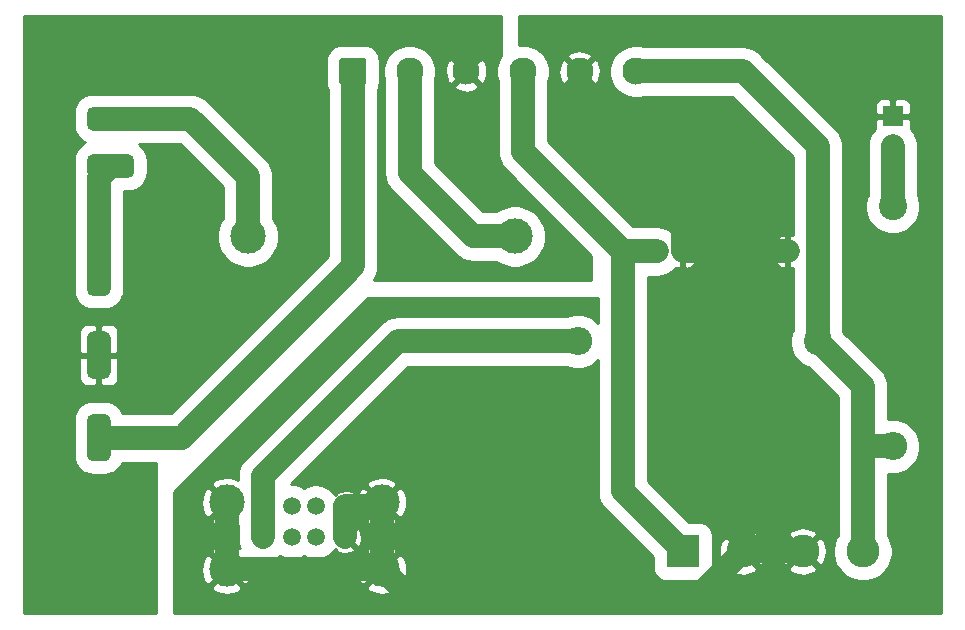
<source format=gbr>
%TF.GenerationSoftware,KiCad,Pcbnew,5.1.9-5.1.9*%
%TF.CreationDate,2021-05-28T23:48:04+02:00*%
%TF.ProjectId,zdroj,7a64726f-6a2e-46b6-9963-61645f706362,rev?*%
%TF.SameCoordinates,Original*%
%TF.FileFunction,Copper,L2,Bot*%
%TF.FilePolarity,Positive*%
%FSLAX46Y46*%
G04 Gerber Fmt 4.6, Leading zero omitted, Abs format (unit mm)*
G04 Created by KiCad (PCBNEW 5.1.9-5.1.9) date 2021-05-28 23:48:04*
%MOMM*%
%LPD*%
G01*
G04 APERTURE LIST*
%TA.AperFunction,ComponentPad*%
%ADD10O,2.400000X2.400000*%
%TD*%
%TA.AperFunction,ComponentPad*%
%ADD11C,2.400000*%
%TD*%
%TA.AperFunction,ComponentPad*%
%ADD12C,1.800000*%
%TD*%
%TA.AperFunction,ComponentPad*%
%ADD13R,1.800000X1.800000*%
%TD*%
%TA.AperFunction,ComponentPad*%
%ADD14C,2.300000*%
%TD*%
%TA.AperFunction,ComponentPad*%
%ADD15C,2.780000*%
%TD*%
%TA.AperFunction,ComponentPad*%
%ADD16R,2.780000X2.780000*%
%TD*%
%TA.AperFunction,ComponentPad*%
%ADD17C,3.000000*%
%TD*%
%TA.AperFunction,ComponentPad*%
%ADD18R,1.500000X1.500000*%
%TD*%
%TA.AperFunction,ComponentPad*%
%ADD19C,1.500000*%
%TD*%
%TA.AperFunction,ComponentPad*%
%ADD20R,1.700000X1.700000*%
%TD*%
%TA.AperFunction,ComponentPad*%
%ADD21O,1.700000X1.700000*%
%TD*%
%TA.AperFunction,Conductor*%
%ADD22C,2.000000*%
%TD*%
%TA.AperFunction,Conductor*%
%ADD23C,0.254000*%
%TD*%
%TA.AperFunction,Conductor*%
%ADD24C,0.100000*%
%TD*%
G04 APERTURE END LIST*
D10*
%TO.P,R2,2*%
%TO.N,Net-(J1-Pad1)*%
X172720000Y-73660000D03*
D11*
%TO.P,R2,1*%
%TO.N,Net-(D1-Pad2)*%
X172720000Y-53340000D03*
%TD*%
D12*
%TO.P,D1,2*%
%TO.N,Net-(D1-Pad2)*%
X172720000Y-48260000D03*
D13*
%TO.P,D1,1*%
%TO.N,Net-(D1-Pad1)*%
X172720000Y-45720000D03*
%TD*%
D10*
%TO.P,R1,2*%
%TO.N,Net-(J3-Pad1)*%
X146050000Y-64770000D03*
D11*
%TO.P,R1,1*%
%TO.N,Net-(J1-Pad1)*%
X166370000Y-64770000D03*
%TD*%
D14*
%TO.P,J4,6*%
%TO.N,Net-(J1-Pad1)*%
X151000000Y-41910000D03*
%TO.P,J4,5*%
%TO.N,Net-(D1-Pad1)*%
X146200000Y-41910000D03*
%TO.P,J4,4*%
%TO.N,Net-(J2-Pad1)*%
X141400000Y-41910000D03*
%TO.P,J4,3*%
%TO.N,Net-(J4-Pad3)*%
X136600000Y-41910000D03*
%TO.P,J4,2*%
%TO.N,Net-(F1-Pad2)*%
X131800000Y-41910000D03*
%TO.P,J4,1*%
%TO.N,Net-(J4-Pad1)*%
%TA.AperFunction,ComponentPad*%
G36*
G01*
X125850000Y-42809300D02*
X125850000Y-41010700D01*
G75*
G02*
X126100700Y-40760000I250700J0D01*
G01*
X127899300Y-40760000D01*
G75*
G02*
X128150000Y-41010700I0J-250700D01*
G01*
X128150000Y-42809300D01*
G75*
G02*
X127899300Y-43060000I-250700J0D01*
G01*
X126100700Y-43060000D01*
G75*
G02*
X125850000Y-42809300I0J250700D01*
G01*
G37*
%TD.AperFunction*%
%TD*%
D15*
%TO.P,J2,4*%
%TO.N,Net-(J1-Pad1)*%
X170180000Y-82550000D03*
%TO.P,J2,3*%
%TO.N,Net-(D1-Pad1)*%
X165100000Y-82550000D03*
%TO.P,J2,2*%
X160020000Y-82550000D03*
D16*
%TO.P,J2,1*%
%TO.N,Net-(J2-Pad1)*%
X154940000Y-82550000D03*
%TD*%
%TO.P,U1,5*%
%TO.N,Net-(F1-Pad1)*%
%TA.AperFunction,ComponentPad*%
G36*
G01*
X104990000Y-44920000D02*
X107990000Y-44920000D01*
G75*
G02*
X108490000Y-45420000I0J-500000D01*
G01*
X108490000Y-46420000D01*
G75*
G02*
X107990000Y-46920000I-500000J0D01*
G01*
X104990000Y-46920000D01*
G75*
G02*
X104490000Y-46420000I0J500000D01*
G01*
X104490000Y-45420000D01*
G75*
G02*
X104990000Y-44920000I500000J0D01*
G01*
G37*
%TD.AperFunction*%
%TO.P,U1,4*%
%TO.N,Net-(U1-Pad3)*%
%TA.AperFunction,ComponentPad*%
G36*
G01*
X104990000Y-48920000D02*
X107990000Y-48920000D01*
G75*
G02*
X108490000Y-49420000I0J-500000D01*
G01*
X108490000Y-50420000D01*
G75*
G02*
X107990000Y-50920000I-500000J0D01*
G01*
X104990000Y-50920000D01*
G75*
G02*
X104490000Y-50420000I0J500000D01*
G01*
X104490000Y-49420000D01*
G75*
G02*
X104990000Y-48920000I500000J0D01*
G01*
G37*
%TD.AperFunction*%
%TO.P,U1,3*%
%TA.AperFunction,ComponentPad*%
G36*
G01*
X104990000Y-56920000D02*
X105990000Y-56920000D01*
G75*
G02*
X106490000Y-57420000I0J-500000D01*
G01*
X106490000Y-60420000D01*
G75*
G02*
X105990000Y-60920000I-500000J0D01*
G01*
X104990000Y-60920000D01*
G75*
G02*
X104490000Y-60420000I0J500000D01*
G01*
X104490000Y-57420000D01*
G75*
G02*
X104990000Y-56920000I500000J0D01*
G01*
G37*
%TD.AperFunction*%
%TO.P,U1,2*%
%TO.N,Net-(J4-Pad3)*%
%TA.AperFunction,ComponentPad*%
G36*
G01*
X104990000Y-63920000D02*
X105990000Y-63920000D01*
G75*
G02*
X106490000Y-64420000I0J-500000D01*
G01*
X106490000Y-67420000D01*
G75*
G02*
X105990000Y-67920000I-500000J0D01*
G01*
X104990000Y-67920000D01*
G75*
G02*
X104490000Y-67420000I0J500000D01*
G01*
X104490000Y-64420000D01*
G75*
G02*
X104990000Y-63920000I500000J0D01*
G01*
G37*
%TD.AperFunction*%
%TO.P,U1,1*%
%TO.N,Net-(J4-Pad1)*%
%TA.AperFunction,ComponentPad*%
G36*
G01*
X104990000Y-70920000D02*
X105990000Y-70920000D01*
G75*
G02*
X106490000Y-71420000I0J-500000D01*
G01*
X106490000Y-74420000D01*
G75*
G02*
X105990000Y-74920000I-500000J0D01*
G01*
X104990000Y-74920000D01*
G75*
G02*
X104490000Y-74420000I0J500000D01*
G01*
X104490000Y-71420000D01*
G75*
G02*
X104990000Y-70920000I500000J0D01*
G01*
G37*
%TD.AperFunction*%
%TD*%
D17*
%TO.P,J3,SH*%
%TO.N,Net-(D1-Pad1)*%
X129450000Y-78390000D03*
X116310000Y-78390000D03*
D18*
%TO.P,J3,1*%
%TO.N,Net-(J3-Pad1)*%
X119380000Y-78740000D03*
D19*
%TO.P,J3,2*%
%TO.N,Net-(J3-Pad2)*%
X121880000Y-78740000D03*
%TO.P,J3,3*%
%TO.N,Net-(J3-Pad3)*%
X123880000Y-78740000D03*
%TO.P,J3,4*%
%TO.N,Net-(D1-Pad1)*%
X126380000Y-78740000D03*
D17*
%TO.P,J3,SH*%
X116310000Y-84070000D03*
X129450000Y-84070000D03*
D19*
%TO.P,J3,5*%
%TO.N,Net-(J3-Pad1)*%
X119380000Y-81360000D03*
%TO.P,J3,6*%
%TO.N,Net-(J3-Pad6)*%
X121880000Y-81360000D03*
%TO.P,J3,7*%
%TO.N,Net-(J3-Pad7)*%
X123880000Y-81360000D03*
%TO.P,J3,8*%
%TO.N,Net-(D1-Pad1)*%
X126380000Y-81360000D03*
%TD*%
D17*
%TO.P,F1,2*%
%TO.N,Net-(F1-Pad2)*%
X140710000Y-55880000D03*
%TO.P,F1,1*%
%TO.N,Net-(F1-Pad1)*%
X118110000Y-55880000D03*
%TD*%
D20*
%TO.P,J1,1*%
%TO.N,Net-(J1-Pad1)*%
X166370000Y-57150000D03*
D21*
%TO.P,J1,2*%
%TO.N,Net-(D1-Pad1)*%
X163830000Y-57150000D03*
%TD*%
%TO.P,J5,2*%
%TO.N,Net-(D1-Pad1)*%
X154940000Y-57150000D03*
D20*
%TO.P,J5,1*%
%TO.N,Net-(J2-Pad1)*%
X152400000Y-57150000D03*
%TD*%
D22*
%TO.N,Net-(F1-Pad2)*%
X140710000Y-55880000D02*
X137160000Y-55880000D01*
X131800000Y-50520000D02*
X131800000Y-41910000D01*
X137160000Y-55880000D02*
X131800000Y-50520000D01*
%TO.N,Net-(F1-Pad1)*%
X106490000Y-45920000D02*
X113230000Y-45920000D01*
X118110000Y-50800000D02*
X118110000Y-55880000D01*
X113230000Y-45920000D02*
X118110000Y-50800000D01*
%TO.N,Net-(J2-Pad1)*%
X141400000Y-41910000D02*
X141400000Y-48690000D01*
X149860000Y-57150000D02*
X152400000Y-57150000D01*
X141400000Y-48690000D02*
X149860000Y-57150000D01*
X149860000Y-77470000D02*
X154940000Y-82550000D01*
X149860000Y-57150000D02*
X149860000Y-77470000D01*
X152400000Y-57150000D02*
X152739990Y-57150000D01*
%TO.N,Net-(J4-Pad3)*%
X136600000Y-38810000D02*
X136600000Y-41910000D01*
%TO.N,Net-(J4-Pad1)*%
X105490000Y-72920000D02*
X112500000Y-72920000D01*
X127000000Y-58420000D02*
X127000000Y-41910000D01*
X112500000Y-72920000D02*
X127000000Y-58420000D01*
%TO.N,Net-(U1-Pad3)*%
X105490000Y-50920000D02*
X106490000Y-49920000D01*
X105490000Y-58920000D02*
X105490000Y-50920000D01*
%TO.N,Net-(J1-Pad1)*%
X151000000Y-41910000D02*
X160020000Y-41910000D01*
X166370000Y-48260000D02*
X166370000Y-57150000D01*
X160020000Y-41910000D02*
X166370000Y-48260000D01*
X166370000Y-57150000D02*
X166370000Y-64770000D01*
X166370000Y-64770000D02*
X170180000Y-68580000D01*
X166370000Y-64770000D02*
X166370000Y-64770000D01*
X166370000Y-64770000D02*
X166370000Y-64770000D01*
X172720000Y-73660000D02*
X170180000Y-73660000D01*
X170180000Y-73660000D02*
X170180000Y-82550000D01*
X170180000Y-68580000D02*
X170180000Y-73660000D01*
%TO.N,Net-(D1-Pad2)*%
X172720000Y-53340000D02*
X172720000Y-48260000D01*
%TO.N,Net-(D1-Pad1)*%
X146200000Y-41910000D02*
X146200000Y-45870000D01*
X154940000Y-54610000D02*
X154940000Y-57150000D01*
X146200000Y-45870000D02*
X154940000Y-54610000D01*
X160020000Y-57150000D02*
X160020000Y-82550000D01*
X154940000Y-57150000D02*
X160020000Y-57150000D01*
X160020000Y-57150000D02*
X163830000Y-57150000D01*
X160020000Y-82550000D02*
X165100000Y-82550000D01*
X129450000Y-84070000D02*
X129450000Y-78390000D01*
X116310000Y-78390000D02*
X116310000Y-84070000D01*
X116310000Y-84070000D02*
X129450000Y-84070000D01*
X160020000Y-82550000D02*
X156210000Y-86360000D01*
X131740000Y-86360000D02*
X129450000Y-84070000D01*
X156210000Y-86360000D02*
X131740000Y-86360000D01*
X126380000Y-81360000D02*
X126380000Y-78740000D01*
X129100000Y-78740000D02*
X129450000Y-78390000D01*
X126380000Y-78740000D02*
X129100000Y-78740000D01*
%TO.N,Net-(J3-Pad1)*%
X119380000Y-78740000D02*
X119380000Y-81360000D01*
X119380000Y-78740000D02*
X119380000Y-76200000D01*
X119380000Y-76200000D02*
X130810000Y-64770000D01*
X130810000Y-64770000D02*
X146050000Y-64770000D01*
%TD*%
D23*
%TO.N,Net-(D1-Pad1)*%
X176798000Y-87798000D02*
X111887000Y-87798000D01*
X111887000Y-85561653D01*
X114997952Y-85561653D01*
X115153962Y-85877214D01*
X115528745Y-86068020D01*
X115933551Y-86182044D01*
X116352824Y-86214902D01*
X116770451Y-86165334D01*
X117170383Y-86035243D01*
X117466038Y-85877214D01*
X117622048Y-85561653D01*
X128137952Y-85561653D01*
X128293962Y-85877214D01*
X128668745Y-86068020D01*
X129073551Y-86182044D01*
X129492824Y-86214902D01*
X129910451Y-86165334D01*
X130310383Y-86035243D01*
X130606038Y-85877214D01*
X130762048Y-85561653D01*
X129450000Y-84249605D01*
X128137952Y-85561653D01*
X117622048Y-85561653D01*
X116310000Y-84249605D01*
X114997952Y-85561653D01*
X111887000Y-85561653D01*
X111887000Y-84112824D01*
X114165098Y-84112824D01*
X114214666Y-84530451D01*
X114344757Y-84930383D01*
X114502786Y-85226038D01*
X114818347Y-85382048D01*
X116130395Y-84070000D01*
X114818347Y-82757952D01*
X114502786Y-82913962D01*
X114311980Y-83288745D01*
X114197956Y-83693551D01*
X114165098Y-84112824D01*
X111887000Y-84112824D01*
X111887000Y-78432824D01*
X114165098Y-78432824D01*
X114214666Y-78850451D01*
X114344757Y-79250383D01*
X114502786Y-79546038D01*
X114818347Y-79702048D01*
X116130395Y-78390000D01*
X114818347Y-77077952D01*
X114502786Y-77233962D01*
X114311980Y-77608745D01*
X114197956Y-78013551D01*
X114165098Y-78432824D01*
X111887000Y-78432824D01*
X111887000Y-77522606D01*
X128322606Y-61087000D01*
X147733000Y-61087000D01*
X147733000Y-63162125D01*
X147533376Y-62962501D01*
X147152248Y-62707840D01*
X146728761Y-62532426D01*
X146279189Y-62443000D01*
X145820811Y-62443000D01*
X145371239Y-62532426D01*
X145104290Y-62643000D01*
X130914484Y-62643000D01*
X130809999Y-62632709D01*
X130705514Y-62643000D01*
X130705513Y-62643000D01*
X130393035Y-62673776D01*
X129992094Y-62795401D01*
X129622585Y-62992907D01*
X129298707Y-63258707D01*
X129232099Y-63339869D01*
X117949870Y-74622099D01*
X117868708Y-74688707D01*
X117802101Y-74769868D01*
X117602908Y-75012585D01*
X117405401Y-75382095D01*
X117283777Y-75783035D01*
X117242709Y-76200000D01*
X117253000Y-76304485D01*
X117253000Y-76474326D01*
X117091255Y-76391980D01*
X116686449Y-76277956D01*
X116267176Y-76245098D01*
X115849549Y-76294666D01*
X115449617Y-76424757D01*
X115153962Y-76582786D01*
X114997952Y-76898347D01*
X116310000Y-78210395D01*
X116324143Y-78196253D01*
X116503748Y-78375858D01*
X116489605Y-78390000D01*
X116503748Y-78404143D01*
X116324143Y-78583748D01*
X116310000Y-78569605D01*
X114997952Y-79881653D01*
X115153962Y-80197214D01*
X115528745Y-80388020D01*
X115933551Y-80502044D01*
X116352824Y-80534902D01*
X116770451Y-80485334D01*
X117170383Y-80355243D01*
X117253000Y-80311084D01*
X117253000Y-81464487D01*
X117283777Y-81776965D01*
X117405402Y-82177906D01*
X117445063Y-82252108D01*
X117091255Y-82071980D01*
X116686449Y-81957956D01*
X116267176Y-81925098D01*
X115849549Y-81974666D01*
X115449617Y-82104757D01*
X115153962Y-82262786D01*
X114997952Y-82578347D01*
X116310000Y-83890395D01*
X116324143Y-83876253D01*
X116503748Y-84055858D01*
X116489605Y-84070000D01*
X117801653Y-85382048D01*
X118117214Y-85226038D01*
X118308020Y-84851255D01*
X118422044Y-84446449D01*
X118448189Y-84112824D01*
X127305098Y-84112824D01*
X127354666Y-84530451D01*
X127484757Y-84930383D01*
X127642786Y-85226038D01*
X127958347Y-85382048D01*
X129270395Y-84070000D01*
X129629605Y-84070000D01*
X130941653Y-85382048D01*
X131257214Y-85226038D01*
X131448020Y-84851255D01*
X131562044Y-84446449D01*
X131594902Y-84027176D01*
X131545334Y-83609549D01*
X131415243Y-83209617D01*
X131257214Y-82913962D01*
X130941653Y-82757952D01*
X129629605Y-84070000D01*
X129270395Y-84070000D01*
X127958347Y-82757952D01*
X127642786Y-82913962D01*
X127451980Y-83288745D01*
X127337956Y-83693551D01*
X127305098Y-84112824D01*
X118448189Y-84112824D01*
X118454902Y-84027176D01*
X118405334Y-83609549D01*
X118275243Y-83209617D01*
X118254034Y-83169938D01*
X118562095Y-83334599D01*
X118963036Y-83456224D01*
X119380000Y-83497291D01*
X119796965Y-83456224D01*
X120197906Y-83334599D01*
X120567415Y-83137093D01*
X120833851Y-82918434D01*
X120990907Y-83023376D01*
X121332499Y-83164868D01*
X121695132Y-83237000D01*
X122064868Y-83237000D01*
X122427501Y-83164868D01*
X122769093Y-83023376D01*
X122880000Y-82949270D01*
X122990907Y-83023376D01*
X123332499Y-83164868D01*
X123695132Y-83237000D01*
X124064868Y-83237000D01*
X124427501Y-83164868D01*
X124769093Y-83023376D01*
X125076518Y-82817961D01*
X125337961Y-82556518D01*
X125446614Y-82393908D01*
X125486157Y-82433451D01*
X125602613Y-82316995D01*
X125668137Y-82555860D01*
X125915116Y-82671760D01*
X126179960Y-82737250D01*
X126452492Y-82749812D01*
X126722238Y-82708965D01*
X126978832Y-82616277D01*
X127049793Y-82578347D01*
X128137952Y-82578347D01*
X129450000Y-83890395D01*
X130762048Y-82578347D01*
X130606038Y-82262786D01*
X130231255Y-82071980D01*
X129826449Y-81957956D01*
X129407176Y-81925098D01*
X128989549Y-81974666D01*
X128589617Y-82104757D01*
X128293962Y-82262786D01*
X128137952Y-82578347D01*
X127049793Y-82578347D01*
X127091863Y-82555860D01*
X127157388Y-82316993D01*
X126380000Y-81539605D01*
X126365858Y-81553748D01*
X126186253Y-81374143D01*
X126200395Y-81360000D01*
X126559605Y-81360000D01*
X127336993Y-82137388D01*
X127575860Y-82071863D01*
X127691760Y-81824884D01*
X127757250Y-81560040D01*
X127769812Y-81287508D01*
X127728965Y-81017762D01*
X127636277Y-80761168D01*
X127575860Y-80648137D01*
X127336993Y-80582612D01*
X126559605Y-81360000D01*
X126200395Y-81360000D01*
X126186253Y-81345858D01*
X126365858Y-81166253D01*
X126380000Y-81180395D01*
X127157388Y-80403007D01*
X127091863Y-80164140D01*
X126844884Y-80048240D01*
X126839004Y-80046786D01*
X126978832Y-79996277D01*
X127091863Y-79935860D01*
X127106732Y-79881653D01*
X128137952Y-79881653D01*
X128293962Y-80197214D01*
X128668745Y-80388020D01*
X129073551Y-80502044D01*
X129492824Y-80534902D01*
X129910451Y-80485334D01*
X130310383Y-80355243D01*
X130606038Y-80197214D01*
X130762048Y-79881653D01*
X129450000Y-78569605D01*
X128137952Y-79881653D01*
X127106732Y-79881653D01*
X127157388Y-79696993D01*
X126380000Y-78919605D01*
X126365858Y-78933748D01*
X126186253Y-78754143D01*
X126200395Y-78740000D01*
X126559605Y-78740000D01*
X127336993Y-79517388D01*
X127575860Y-79451863D01*
X127583615Y-79435336D01*
X127642786Y-79546038D01*
X127958347Y-79702048D01*
X129270395Y-78390000D01*
X129629605Y-78390000D01*
X130941653Y-79702048D01*
X131257214Y-79546038D01*
X131448020Y-79171255D01*
X131562044Y-78766449D01*
X131594902Y-78347176D01*
X131545334Y-77929549D01*
X131415243Y-77529617D01*
X131257214Y-77233962D01*
X130941653Y-77077952D01*
X129629605Y-78390000D01*
X129270395Y-78390000D01*
X127958347Y-77077952D01*
X127642786Y-77233962D01*
X127451980Y-77608745D01*
X127351206Y-77966511D01*
X127336993Y-77962612D01*
X126559605Y-78740000D01*
X126200395Y-78740000D01*
X126186253Y-78725858D01*
X126365858Y-78546253D01*
X126380000Y-78560395D01*
X127157388Y-77783007D01*
X127091863Y-77544140D01*
X126844884Y-77428240D01*
X126580040Y-77362750D01*
X126307508Y-77350188D01*
X126037762Y-77391035D01*
X125781168Y-77483723D01*
X125668137Y-77544140D01*
X125602613Y-77783005D01*
X125486157Y-77666549D01*
X125446614Y-77706092D01*
X125337961Y-77543482D01*
X125076518Y-77282039D01*
X124769093Y-77076624D01*
X124427501Y-76935132D01*
X124242570Y-76898347D01*
X128137952Y-76898347D01*
X129450000Y-78210395D01*
X130762048Y-76898347D01*
X130606038Y-76582786D01*
X130231255Y-76391980D01*
X129826449Y-76277956D01*
X129407176Y-76245098D01*
X128989549Y-76294666D01*
X128589617Y-76424757D01*
X128293962Y-76582786D01*
X128137952Y-76898347D01*
X124242570Y-76898347D01*
X124064868Y-76863000D01*
X123695132Y-76863000D01*
X123332499Y-76935132D01*
X122990907Y-77076624D01*
X122880000Y-77150730D01*
X122769093Y-77076624D01*
X122427501Y-76935132D01*
X122064868Y-76863000D01*
X121725031Y-76863000D01*
X131691032Y-66897000D01*
X145104290Y-66897000D01*
X145371239Y-67007574D01*
X145820811Y-67097000D01*
X146279189Y-67097000D01*
X146728761Y-67007574D01*
X147152248Y-66832160D01*
X147533376Y-66577499D01*
X147733000Y-66377875D01*
X147733001Y-77365505D01*
X147722709Y-77470000D01*
X147763777Y-77886965D01*
X147885401Y-78287905D01*
X147917082Y-78347176D01*
X148082908Y-78657415D01*
X148348708Y-78981293D01*
X148429870Y-79047901D01*
X152417547Y-83035579D01*
X152417547Y-83940000D01*
X152439307Y-84160931D01*
X152503750Y-84373371D01*
X152608400Y-84569157D01*
X152749235Y-84740765D01*
X152920843Y-84881600D01*
X153116629Y-84986250D01*
X153329069Y-85050693D01*
X153550000Y-85072453D01*
X156330000Y-85072453D01*
X156550931Y-85050693D01*
X156763371Y-84986250D01*
X156959157Y-84881600D01*
X157130765Y-84740765D01*
X157271600Y-84569157D01*
X157376250Y-84373371D01*
X157440693Y-84160931D01*
X157460155Y-83963325D01*
X158786280Y-83963325D01*
X158929052Y-84267625D01*
X159285107Y-84447455D01*
X159669402Y-84554366D01*
X160067171Y-84584251D01*
X160463128Y-84535961D01*
X160842055Y-84411352D01*
X161110948Y-84267625D01*
X161253720Y-83963325D01*
X163866280Y-83963325D01*
X164009052Y-84267625D01*
X164365107Y-84447455D01*
X164749402Y-84554366D01*
X165147171Y-84584251D01*
X165543128Y-84535961D01*
X165922055Y-84411352D01*
X166190948Y-84267625D01*
X166333720Y-83963325D01*
X165100000Y-82729605D01*
X163866280Y-83963325D01*
X161253720Y-83963325D01*
X160020000Y-82729605D01*
X158786280Y-83963325D01*
X157460155Y-83963325D01*
X157462453Y-83940000D01*
X157462453Y-82597171D01*
X157985749Y-82597171D01*
X158034039Y-82993128D01*
X158158648Y-83372055D01*
X158302375Y-83640948D01*
X158606675Y-83783720D01*
X159840395Y-82550000D01*
X160199605Y-82550000D01*
X161433325Y-83783720D01*
X161737625Y-83640948D01*
X161917455Y-83284893D01*
X162024366Y-82900598D01*
X162047162Y-82597171D01*
X163065749Y-82597171D01*
X163114039Y-82993128D01*
X163238648Y-83372055D01*
X163382375Y-83640948D01*
X163686675Y-83783720D01*
X164920395Y-82550000D01*
X165279605Y-82550000D01*
X166513325Y-83783720D01*
X166817625Y-83640948D01*
X166997455Y-83284893D01*
X167104366Y-82900598D01*
X167134251Y-82502829D01*
X167085961Y-82106872D01*
X166961352Y-81727945D01*
X166817625Y-81459052D01*
X166513325Y-81316280D01*
X165279605Y-82550000D01*
X164920395Y-82550000D01*
X163686675Y-81316280D01*
X163382375Y-81459052D01*
X163202545Y-81815107D01*
X163095634Y-82199402D01*
X163065749Y-82597171D01*
X162047162Y-82597171D01*
X162054251Y-82502829D01*
X162005961Y-82106872D01*
X161881352Y-81727945D01*
X161737625Y-81459052D01*
X161433325Y-81316280D01*
X160199605Y-82550000D01*
X159840395Y-82550000D01*
X158606675Y-81316280D01*
X158302375Y-81459052D01*
X158122545Y-81815107D01*
X158015634Y-82199402D01*
X157985749Y-82597171D01*
X157462453Y-82597171D01*
X157462453Y-81160000D01*
X157460156Y-81136675D01*
X158786280Y-81136675D01*
X160020000Y-82370395D01*
X161253720Y-81136675D01*
X163866280Y-81136675D01*
X165100000Y-82370395D01*
X166333720Y-81136675D01*
X166190948Y-80832375D01*
X165834893Y-80652545D01*
X165450598Y-80545634D01*
X165052829Y-80515749D01*
X164656872Y-80564039D01*
X164277945Y-80688648D01*
X164009052Y-80832375D01*
X163866280Y-81136675D01*
X161253720Y-81136675D01*
X161110948Y-80832375D01*
X160754893Y-80652545D01*
X160370598Y-80545634D01*
X159972829Y-80515749D01*
X159576872Y-80564039D01*
X159197945Y-80688648D01*
X158929052Y-80832375D01*
X158786280Y-81136675D01*
X157460156Y-81136675D01*
X157440693Y-80939069D01*
X157376250Y-80726629D01*
X157271600Y-80530843D01*
X157130765Y-80359235D01*
X156959157Y-80218400D01*
X156763371Y-80113750D01*
X156550931Y-80049307D01*
X156330000Y-80027547D01*
X155425579Y-80027547D01*
X151987000Y-76588969D01*
X151987000Y-59277000D01*
X152844477Y-59277000D01*
X153156955Y-59246224D01*
X153557896Y-59124599D01*
X153927405Y-58927093D01*
X154251283Y-58661293D01*
X154370708Y-58515773D01*
X154435901Y-58546825D01*
X154583110Y-58591476D01*
X154813000Y-58470155D01*
X154813000Y-57643491D01*
X154836214Y-57566965D01*
X154864772Y-57277000D01*
X155067000Y-57277000D01*
X155067000Y-58470155D01*
X155296890Y-58591476D01*
X155444099Y-58546825D01*
X155706920Y-58421641D01*
X155940269Y-58247588D01*
X156135178Y-58031355D01*
X156284157Y-57781252D01*
X156381481Y-57506891D01*
X162388519Y-57506891D01*
X162485843Y-57781252D01*
X162634822Y-58031355D01*
X162829731Y-58247588D01*
X163063080Y-58421641D01*
X163325901Y-58546825D01*
X163473110Y-58591476D01*
X163703000Y-58470155D01*
X163703000Y-57277000D01*
X162509186Y-57277000D01*
X162388519Y-57506891D01*
X156381481Y-57506891D01*
X156260814Y-57277000D01*
X155067000Y-57277000D01*
X154864772Y-57277000D01*
X154877281Y-57150000D01*
X154836214Y-56733035D01*
X154813000Y-56656509D01*
X154813000Y-55829845D01*
X155067000Y-55829845D01*
X155067000Y-57023000D01*
X156260814Y-57023000D01*
X156381481Y-56793109D01*
X162388519Y-56793109D01*
X162509186Y-57023000D01*
X163703000Y-57023000D01*
X163703000Y-55829845D01*
X163473110Y-55708524D01*
X163325901Y-55753175D01*
X163063080Y-55878359D01*
X162829731Y-56052412D01*
X162634822Y-56268645D01*
X162485843Y-56518748D01*
X162388519Y-56793109D01*
X156381481Y-56793109D01*
X156284157Y-56518748D01*
X156135178Y-56268645D01*
X155940269Y-56052412D01*
X155706920Y-55878359D01*
X155444099Y-55753175D01*
X155296890Y-55708524D01*
X155067000Y-55829845D01*
X154813000Y-55829845D01*
X154583110Y-55708524D01*
X154435901Y-55753175D01*
X154370708Y-55784227D01*
X154251283Y-55638707D01*
X153927405Y-55372907D01*
X153557896Y-55175401D01*
X153156955Y-55053776D01*
X152844477Y-55023000D01*
X150741032Y-55023000D01*
X143527000Y-47808969D01*
X143527000Y-43152349D01*
X145137256Y-43152349D01*
X145251118Y-43432090D01*
X145566296Y-43587961D01*
X145905826Y-43679349D01*
X146256661Y-43702741D01*
X146605319Y-43657240D01*
X146938400Y-43544594D01*
X147148882Y-43432090D01*
X147262744Y-43152349D01*
X146200000Y-42089605D01*
X145137256Y-43152349D01*
X143527000Y-43152349D01*
X143527000Y-42725055D01*
X143589496Y-42574176D01*
X143677000Y-42134265D01*
X143677000Y-41966661D01*
X144407259Y-41966661D01*
X144452760Y-42315319D01*
X144565406Y-42648400D01*
X144677910Y-42858882D01*
X144957651Y-42972744D01*
X146020395Y-41910000D01*
X146379605Y-41910000D01*
X147442349Y-42972744D01*
X147722090Y-42858882D01*
X147877961Y-42543704D01*
X147969349Y-42204174D01*
X147992741Y-41853339D01*
X147970869Y-41685735D01*
X148723000Y-41685735D01*
X148723000Y-42134265D01*
X148810504Y-42574176D01*
X148982149Y-42988564D01*
X149231339Y-43361503D01*
X149548497Y-43678661D01*
X149921436Y-43927851D01*
X150335824Y-44099496D01*
X150775735Y-44187000D01*
X151224265Y-44187000D01*
X151664176Y-44099496D01*
X151815055Y-44037000D01*
X159138969Y-44037000D01*
X164243000Y-49141032D01*
X164243001Y-55725543D01*
X164186890Y-55708524D01*
X163957000Y-55829845D01*
X163957000Y-57023000D01*
X163977000Y-57023000D01*
X163977000Y-57277000D01*
X163957000Y-57277000D01*
X163957000Y-58470155D01*
X164186890Y-58591476D01*
X164243000Y-58574457D01*
X164243001Y-63824288D01*
X164132426Y-64091239D01*
X164043000Y-64540811D01*
X164043000Y-64999189D01*
X164132426Y-65448761D01*
X164307840Y-65872248D01*
X164562501Y-66253376D01*
X164886624Y-66577499D01*
X165267752Y-66832160D01*
X165534704Y-66942735D01*
X168053000Y-69461032D01*
X168053001Y-73555503D01*
X168042709Y-73660000D01*
X168053000Y-73764487D01*
X168053001Y-81202798D01*
X167949463Y-81357753D01*
X167759727Y-81815818D01*
X167663000Y-82302097D01*
X167663000Y-82797903D01*
X167759727Y-83284182D01*
X167949463Y-83742247D01*
X168224918Y-84154494D01*
X168575506Y-84505082D01*
X168987753Y-84780537D01*
X169445818Y-84970273D01*
X169932097Y-85067000D01*
X170427903Y-85067000D01*
X170914182Y-84970273D01*
X171372247Y-84780537D01*
X171784494Y-84505082D01*
X172135082Y-84154494D01*
X172410537Y-83742247D01*
X172600273Y-83284182D01*
X172697000Y-82797903D01*
X172697000Y-82302097D01*
X172600273Y-81815818D01*
X172410537Y-81357753D01*
X172307000Y-81202799D01*
X172307000Y-75950437D01*
X172490811Y-75987000D01*
X172949189Y-75987000D01*
X173398761Y-75897574D01*
X173822248Y-75722160D01*
X174203376Y-75467499D01*
X174527499Y-75143376D01*
X174782160Y-74762248D01*
X174957574Y-74338761D01*
X175047000Y-73889189D01*
X175047000Y-73430811D01*
X174957574Y-72981239D01*
X174782160Y-72557752D01*
X174527499Y-72176624D01*
X174203376Y-71852501D01*
X173822248Y-71597840D01*
X173398761Y-71422426D01*
X172949189Y-71333000D01*
X172490811Y-71333000D01*
X172307000Y-71369563D01*
X172307000Y-68684485D01*
X172317291Y-68580000D01*
X172307000Y-68475513D01*
X172276224Y-68163035D01*
X172154599Y-67762094D01*
X171957093Y-67392584D01*
X171757899Y-67149867D01*
X171691293Y-67068707D01*
X171610131Y-67002099D01*
X168542735Y-63934704D01*
X168497000Y-63824290D01*
X168497000Y-53110811D01*
X170393000Y-53110811D01*
X170393000Y-53569189D01*
X170482426Y-54018761D01*
X170657840Y-54442248D01*
X170912501Y-54823376D01*
X171236624Y-55147499D01*
X171617752Y-55402160D01*
X172041239Y-55577574D01*
X172490811Y-55667000D01*
X172949189Y-55667000D01*
X173398761Y-55577574D01*
X173822248Y-55402160D01*
X174203376Y-55147499D01*
X174527499Y-54823376D01*
X174782160Y-54442248D01*
X174957574Y-54018761D01*
X175047000Y-53569189D01*
X175047000Y-53110811D01*
X174957574Y-52661239D01*
X174847000Y-52394290D01*
X174847000Y-48155513D01*
X174816224Y-47843035D01*
X174694599Y-47442094D01*
X174497093Y-47072585D01*
X174240958Y-46760484D01*
X174245812Y-46744482D01*
X174258072Y-46620000D01*
X174255000Y-46005750D01*
X174096250Y-45847000D01*
X172847000Y-45847000D01*
X172847000Y-45867000D01*
X172593000Y-45867000D01*
X172593000Y-45847000D01*
X171343750Y-45847000D01*
X171185000Y-46005750D01*
X171181928Y-46620000D01*
X171194188Y-46744482D01*
X171199042Y-46760485D01*
X170942908Y-47072585D01*
X170745402Y-47442094D01*
X170623777Y-47843035D01*
X170593001Y-48155513D01*
X170593000Y-52394289D01*
X170482426Y-52661239D01*
X170393000Y-53110811D01*
X168497000Y-53110811D01*
X168497000Y-48364477D01*
X168507290Y-48259999D01*
X168497000Y-48155522D01*
X168497000Y-48155513D01*
X168466224Y-47843035D01*
X168344599Y-47442094D01*
X168147093Y-47072585D01*
X167881293Y-46748707D01*
X167800131Y-46682099D01*
X165938032Y-44820000D01*
X171181928Y-44820000D01*
X171185000Y-45434250D01*
X171343750Y-45593000D01*
X172593000Y-45593000D01*
X172593000Y-44343750D01*
X172847000Y-44343750D01*
X172847000Y-45593000D01*
X174096250Y-45593000D01*
X174255000Y-45434250D01*
X174258072Y-44820000D01*
X174245812Y-44695518D01*
X174209502Y-44575820D01*
X174150537Y-44465506D01*
X174071185Y-44368815D01*
X173974494Y-44289463D01*
X173864180Y-44230498D01*
X173744482Y-44194188D01*
X173620000Y-44181928D01*
X173005750Y-44185000D01*
X172847000Y-44343750D01*
X172593000Y-44343750D01*
X172434250Y-44185000D01*
X171820000Y-44181928D01*
X171695518Y-44194188D01*
X171575820Y-44230498D01*
X171465506Y-44289463D01*
X171368815Y-44368815D01*
X171289463Y-44465506D01*
X171230498Y-44575820D01*
X171194188Y-44695518D01*
X171181928Y-44820000D01*
X165938032Y-44820000D01*
X161597905Y-40479874D01*
X161531293Y-40398707D01*
X161207415Y-40132907D01*
X160837906Y-39935401D01*
X160436965Y-39813776D01*
X160124487Y-39783000D01*
X160124485Y-39783000D01*
X160020000Y-39772709D01*
X159915515Y-39783000D01*
X151815055Y-39783000D01*
X151664176Y-39720504D01*
X151224265Y-39633000D01*
X150775735Y-39633000D01*
X150335824Y-39720504D01*
X149921436Y-39892149D01*
X149548497Y-40141339D01*
X149231339Y-40458497D01*
X148982149Y-40831436D01*
X148810504Y-41245824D01*
X148723000Y-41685735D01*
X147970869Y-41685735D01*
X147947240Y-41504681D01*
X147834594Y-41171600D01*
X147722090Y-40961118D01*
X147442349Y-40847256D01*
X146379605Y-41910000D01*
X146020395Y-41910000D01*
X144957651Y-40847256D01*
X144677910Y-40961118D01*
X144522039Y-41276296D01*
X144430651Y-41615826D01*
X144407259Y-41966661D01*
X143677000Y-41966661D01*
X143677000Y-41685735D01*
X143589496Y-41245824D01*
X143417851Y-40831436D01*
X143308414Y-40667651D01*
X145137256Y-40667651D01*
X146200000Y-41730395D01*
X147262744Y-40667651D01*
X147148882Y-40387910D01*
X146833704Y-40232039D01*
X146494174Y-40140651D01*
X146143339Y-40117259D01*
X145794681Y-40162760D01*
X145461600Y-40275406D01*
X145251118Y-40387910D01*
X145137256Y-40667651D01*
X143308414Y-40667651D01*
X143168661Y-40458497D01*
X142851503Y-40141339D01*
X142478564Y-39892149D01*
X142064176Y-39720504D01*
X141624265Y-39633000D01*
X141175735Y-39633000D01*
X141097000Y-39648661D01*
X141097000Y-37202000D01*
X176798001Y-37202000D01*
X176798000Y-87798000D01*
%TA.AperFunction,Conductor*%
D24*
G36*
X176798000Y-87798000D02*
G01*
X111887000Y-87798000D01*
X111887000Y-85561653D01*
X114997952Y-85561653D01*
X115153962Y-85877214D01*
X115528745Y-86068020D01*
X115933551Y-86182044D01*
X116352824Y-86214902D01*
X116770451Y-86165334D01*
X117170383Y-86035243D01*
X117466038Y-85877214D01*
X117622048Y-85561653D01*
X128137952Y-85561653D01*
X128293962Y-85877214D01*
X128668745Y-86068020D01*
X129073551Y-86182044D01*
X129492824Y-86214902D01*
X129910451Y-86165334D01*
X130310383Y-86035243D01*
X130606038Y-85877214D01*
X130762048Y-85561653D01*
X129450000Y-84249605D01*
X128137952Y-85561653D01*
X117622048Y-85561653D01*
X116310000Y-84249605D01*
X114997952Y-85561653D01*
X111887000Y-85561653D01*
X111887000Y-84112824D01*
X114165098Y-84112824D01*
X114214666Y-84530451D01*
X114344757Y-84930383D01*
X114502786Y-85226038D01*
X114818347Y-85382048D01*
X116130395Y-84070000D01*
X114818347Y-82757952D01*
X114502786Y-82913962D01*
X114311980Y-83288745D01*
X114197956Y-83693551D01*
X114165098Y-84112824D01*
X111887000Y-84112824D01*
X111887000Y-78432824D01*
X114165098Y-78432824D01*
X114214666Y-78850451D01*
X114344757Y-79250383D01*
X114502786Y-79546038D01*
X114818347Y-79702048D01*
X116130395Y-78390000D01*
X114818347Y-77077952D01*
X114502786Y-77233962D01*
X114311980Y-77608745D01*
X114197956Y-78013551D01*
X114165098Y-78432824D01*
X111887000Y-78432824D01*
X111887000Y-77522606D01*
X128322606Y-61087000D01*
X147733000Y-61087000D01*
X147733000Y-63162125D01*
X147533376Y-62962501D01*
X147152248Y-62707840D01*
X146728761Y-62532426D01*
X146279189Y-62443000D01*
X145820811Y-62443000D01*
X145371239Y-62532426D01*
X145104290Y-62643000D01*
X130914484Y-62643000D01*
X130809999Y-62632709D01*
X130705514Y-62643000D01*
X130705513Y-62643000D01*
X130393035Y-62673776D01*
X129992094Y-62795401D01*
X129622585Y-62992907D01*
X129298707Y-63258707D01*
X129232099Y-63339869D01*
X117949870Y-74622099D01*
X117868708Y-74688707D01*
X117802101Y-74769868D01*
X117602908Y-75012585D01*
X117405401Y-75382095D01*
X117283777Y-75783035D01*
X117242709Y-76200000D01*
X117253000Y-76304485D01*
X117253000Y-76474326D01*
X117091255Y-76391980D01*
X116686449Y-76277956D01*
X116267176Y-76245098D01*
X115849549Y-76294666D01*
X115449617Y-76424757D01*
X115153962Y-76582786D01*
X114997952Y-76898347D01*
X116310000Y-78210395D01*
X116324143Y-78196253D01*
X116503748Y-78375858D01*
X116489605Y-78390000D01*
X116503748Y-78404143D01*
X116324143Y-78583748D01*
X116310000Y-78569605D01*
X114997952Y-79881653D01*
X115153962Y-80197214D01*
X115528745Y-80388020D01*
X115933551Y-80502044D01*
X116352824Y-80534902D01*
X116770451Y-80485334D01*
X117170383Y-80355243D01*
X117253000Y-80311084D01*
X117253000Y-81464487D01*
X117283777Y-81776965D01*
X117405402Y-82177906D01*
X117445063Y-82252108D01*
X117091255Y-82071980D01*
X116686449Y-81957956D01*
X116267176Y-81925098D01*
X115849549Y-81974666D01*
X115449617Y-82104757D01*
X115153962Y-82262786D01*
X114997952Y-82578347D01*
X116310000Y-83890395D01*
X116324143Y-83876253D01*
X116503748Y-84055858D01*
X116489605Y-84070000D01*
X117801653Y-85382048D01*
X118117214Y-85226038D01*
X118308020Y-84851255D01*
X118422044Y-84446449D01*
X118448189Y-84112824D01*
X127305098Y-84112824D01*
X127354666Y-84530451D01*
X127484757Y-84930383D01*
X127642786Y-85226038D01*
X127958347Y-85382048D01*
X129270395Y-84070000D01*
X129629605Y-84070000D01*
X130941653Y-85382048D01*
X131257214Y-85226038D01*
X131448020Y-84851255D01*
X131562044Y-84446449D01*
X131594902Y-84027176D01*
X131545334Y-83609549D01*
X131415243Y-83209617D01*
X131257214Y-82913962D01*
X130941653Y-82757952D01*
X129629605Y-84070000D01*
X129270395Y-84070000D01*
X127958347Y-82757952D01*
X127642786Y-82913962D01*
X127451980Y-83288745D01*
X127337956Y-83693551D01*
X127305098Y-84112824D01*
X118448189Y-84112824D01*
X118454902Y-84027176D01*
X118405334Y-83609549D01*
X118275243Y-83209617D01*
X118254034Y-83169938D01*
X118562095Y-83334599D01*
X118963036Y-83456224D01*
X119380000Y-83497291D01*
X119796965Y-83456224D01*
X120197906Y-83334599D01*
X120567415Y-83137093D01*
X120833851Y-82918434D01*
X120990907Y-83023376D01*
X121332499Y-83164868D01*
X121695132Y-83237000D01*
X122064868Y-83237000D01*
X122427501Y-83164868D01*
X122769093Y-83023376D01*
X122880000Y-82949270D01*
X122990907Y-83023376D01*
X123332499Y-83164868D01*
X123695132Y-83237000D01*
X124064868Y-83237000D01*
X124427501Y-83164868D01*
X124769093Y-83023376D01*
X125076518Y-82817961D01*
X125337961Y-82556518D01*
X125446614Y-82393908D01*
X125486157Y-82433451D01*
X125602613Y-82316995D01*
X125668137Y-82555860D01*
X125915116Y-82671760D01*
X126179960Y-82737250D01*
X126452492Y-82749812D01*
X126722238Y-82708965D01*
X126978832Y-82616277D01*
X127049793Y-82578347D01*
X128137952Y-82578347D01*
X129450000Y-83890395D01*
X130762048Y-82578347D01*
X130606038Y-82262786D01*
X130231255Y-82071980D01*
X129826449Y-81957956D01*
X129407176Y-81925098D01*
X128989549Y-81974666D01*
X128589617Y-82104757D01*
X128293962Y-82262786D01*
X128137952Y-82578347D01*
X127049793Y-82578347D01*
X127091863Y-82555860D01*
X127157388Y-82316993D01*
X126380000Y-81539605D01*
X126365858Y-81553748D01*
X126186253Y-81374143D01*
X126200395Y-81360000D01*
X126559605Y-81360000D01*
X127336993Y-82137388D01*
X127575860Y-82071863D01*
X127691760Y-81824884D01*
X127757250Y-81560040D01*
X127769812Y-81287508D01*
X127728965Y-81017762D01*
X127636277Y-80761168D01*
X127575860Y-80648137D01*
X127336993Y-80582612D01*
X126559605Y-81360000D01*
X126200395Y-81360000D01*
X126186253Y-81345858D01*
X126365858Y-81166253D01*
X126380000Y-81180395D01*
X127157388Y-80403007D01*
X127091863Y-80164140D01*
X126844884Y-80048240D01*
X126839004Y-80046786D01*
X126978832Y-79996277D01*
X127091863Y-79935860D01*
X127106732Y-79881653D01*
X128137952Y-79881653D01*
X128293962Y-80197214D01*
X128668745Y-80388020D01*
X129073551Y-80502044D01*
X129492824Y-80534902D01*
X129910451Y-80485334D01*
X130310383Y-80355243D01*
X130606038Y-80197214D01*
X130762048Y-79881653D01*
X129450000Y-78569605D01*
X128137952Y-79881653D01*
X127106732Y-79881653D01*
X127157388Y-79696993D01*
X126380000Y-78919605D01*
X126365858Y-78933748D01*
X126186253Y-78754143D01*
X126200395Y-78740000D01*
X126559605Y-78740000D01*
X127336993Y-79517388D01*
X127575860Y-79451863D01*
X127583615Y-79435336D01*
X127642786Y-79546038D01*
X127958347Y-79702048D01*
X129270395Y-78390000D01*
X129629605Y-78390000D01*
X130941653Y-79702048D01*
X131257214Y-79546038D01*
X131448020Y-79171255D01*
X131562044Y-78766449D01*
X131594902Y-78347176D01*
X131545334Y-77929549D01*
X131415243Y-77529617D01*
X131257214Y-77233962D01*
X130941653Y-77077952D01*
X129629605Y-78390000D01*
X129270395Y-78390000D01*
X127958347Y-77077952D01*
X127642786Y-77233962D01*
X127451980Y-77608745D01*
X127351206Y-77966511D01*
X127336993Y-77962612D01*
X126559605Y-78740000D01*
X126200395Y-78740000D01*
X126186253Y-78725858D01*
X126365858Y-78546253D01*
X126380000Y-78560395D01*
X127157388Y-77783007D01*
X127091863Y-77544140D01*
X126844884Y-77428240D01*
X126580040Y-77362750D01*
X126307508Y-77350188D01*
X126037762Y-77391035D01*
X125781168Y-77483723D01*
X125668137Y-77544140D01*
X125602613Y-77783005D01*
X125486157Y-77666549D01*
X125446614Y-77706092D01*
X125337961Y-77543482D01*
X125076518Y-77282039D01*
X124769093Y-77076624D01*
X124427501Y-76935132D01*
X124242570Y-76898347D01*
X128137952Y-76898347D01*
X129450000Y-78210395D01*
X130762048Y-76898347D01*
X130606038Y-76582786D01*
X130231255Y-76391980D01*
X129826449Y-76277956D01*
X129407176Y-76245098D01*
X128989549Y-76294666D01*
X128589617Y-76424757D01*
X128293962Y-76582786D01*
X128137952Y-76898347D01*
X124242570Y-76898347D01*
X124064868Y-76863000D01*
X123695132Y-76863000D01*
X123332499Y-76935132D01*
X122990907Y-77076624D01*
X122880000Y-77150730D01*
X122769093Y-77076624D01*
X122427501Y-76935132D01*
X122064868Y-76863000D01*
X121725031Y-76863000D01*
X131691032Y-66897000D01*
X145104290Y-66897000D01*
X145371239Y-67007574D01*
X145820811Y-67097000D01*
X146279189Y-67097000D01*
X146728761Y-67007574D01*
X147152248Y-66832160D01*
X147533376Y-66577499D01*
X147733000Y-66377875D01*
X147733001Y-77365505D01*
X147722709Y-77470000D01*
X147763777Y-77886965D01*
X147885401Y-78287905D01*
X147917082Y-78347176D01*
X148082908Y-78657415D01*
X148348708Y-78981293D01*
X148429870Y-79047901D01*
X152417547Y-83035579D01*
X152417547Y-83940000D01*
X152439307Y-84160931D01*
X152503750Y-84373371D01*
X152608400Y-84569157D01*
X152749235Y-84740765D01*
X152920843Y-84881600D01*
X153116629Y-84986250D01*
X153329069Y-85050693D01*
X153550000Y-85072453D01*
X156330000Y-85072453D01*
X156550931Y-85050693D01*
X156763371Y-84986250D01*
X156959157Y-84881600D01*
X157130765Y-84740765D01*
X157271600Y-84569157D01*
X157376250Y-84373371D01*
X157440693Y-84160931D01*
X157460155Y-83963325D01*
X158786280Y-83963325D01*
X158929052Y-84267625D01*
X159285107Y-84447455D01*
X159669402Y-84554366D01*
X160067171Y-84584251D01*
X160463128Y-84535961D01*
X160842055Y-84411352D01*
X161110948Y-84267625D01*
X161253720Y-83963325D01*
X163866280Y-83963325D01*
X164009052Y-84267625D01*
X164365107Y-84447455D01*
X164749402Y-84554366D01*
X165147171Y-84584251D01*
X165543128Y-84535961D01*
X165922055Y-84411352D01*
X166190948Y-84267625D01*
X166333720Y-83963325D01*
X165100000Y-82729605D01*
X163866280Y-83963325D01*
X161253720Y-83963325D01*
X160020000Y-82729605D01*
X158786280Y-83963325D01*
X157460155Y-83963325D01*
X157462453Y-83940000D01*
X157462453Y-82597171D01*
X157985749Y-82597171D01*
X158034039Y-82993128D01*
X158158648Y-83372055D01*
X158302375Y-83640948D01*
X158606675Y-83783720D01*
X159840395Y-82550000D01*
X160199605Y-82550000D01*
X161433325Y-83783720D01*
X161737625Y-83640948D01*
X161917455Y-83284893D01*
X162024366Y-82900598D01*
X162047162Y-82597171D01*
X163065749Y-82597171D01*
X163114039Y-82993128D01*
X163238648Y-83372055D01*
X163382375Y-83640948D01*
X163686675Y-83783720D01*
X164920395Y-82550000D01*
X165279605Y-82550000D01*
X166513325Y-83783720D01*
X166817625Y-83640948D01*
X166997455Y-83284893D01*
X167104366Y-82900598D01*
X167134251Y-82502829D01*
X167085961Y-82106872D01*
X166961352Y-81727945D01*
X166817625Y-81459052D01*
X166513325Y-81316280D01*
X165279605Y-82550000D01*
X164920395Y-82550000D01*
X163686675Y-81316280D01*
X163382375Y-81459052D01*
X163202545Y-81815107D01*
X163095634Y-82199402D01*
X163065749Y-82597171D01*
X162047162Y-82597171D01*
X162054251Y-82502829D01*
X162005961Y-82106872D01*
X161881352Y-81727945D01*
X161737625Y-81459052D01*
X161433325Y-81316280D01*
X160199605Y-82550000D01*
X159840395Y-82550000D01*
X158606675Y-81316280D01*
X158302375Y-81459052D01*
X158122545Y-81815107D01*
X158015634Y-82199402D01*
X157985749Y-82597171D01*
X157462453Y-82597171D01*
X157462453Y-81160000D01*
X157460156Y-81136675D01*
X158786280Y-81136675D01*
X160020000Y-82370395D01*
X161253720Y-81136675D01*
X163866280Y-81136675D01*
X165100000Y-82370395D01*
X166333720Y-81136675D01*
X166190948Y-80832375D01*
X165834893Y-80652545D01*
X165450598Y-80545634D01*
X165052829Y-80515749D01*
X164656872Y-80564039D01*
X164277945Y-80688648D01*
X164009052Y-80832375D01*
X163866280Y-81136675D01*
X161253720Y-81136675D01*
X161110948Y-80832375D01*
X160754893Y-80652545D01*
X160370598Y-80545634D01*
X159972829Y-80515749D01*
X159576872Y-80564039D01*
X159197945Y-80688648D01*
X158929052Y-80832375D01*
X158786280Y-81136675D01*
X157460156Y-81136675D01*
X157440693Y-80939069D01*
X157376250Y-80726629D01*
X157271600Y-80530843D01*
X157130765Y-80359235D01*
X156959157Y-80218400D01*
X156763371Y-80113750D01*
X156550931Y-80049307D01*
X156330000Y-80027547D01*
X155425579Y-80027547D01*
X151987000Y-76588969D01*
X151987000Y-59277000D01*
X152844477Y-59277000D01*
X153156955Y-59246224D01*
X153557896Y-59124599D01*
X153927405Y-58927093D01*
X154251283Y-58661293D01*
X154370708Y-58515773D01*
X154435901Y-58546825D01*
X154583110Y-58591476D01*
X154813000Y-58470155D01*
X154813000Y-57643491D01*
X154836214Y-57566965D01*
X154864772Y-57277000D01*
X155067000Y-57277000D01*
X155067000Y-58470155D01*
X155296890Y-58591476D01*
X155444099Y-58546825D01*
X155706920Y-58421641D01*
X155940269Y-58247588D01*
X156135178Y-58031355D01*
X156284157Y-57781252D01*
X156381481Y-57506891D01*
X162388519Y-57506891D01*
X162485843Y-57781252D01*
X162634822Y-58031355D01*
X162829731Y-58247588D01*
X163063080Y-58421641D01*
X163325901Y-58546825D01*
X163473110Y-58591476D01*
X163703000Y-58470155D01*
X163703000Y-57277000D01*
X162509186Y-57277000D01*
X162388519Y-57506891D01*
X156381481Y-57506891D01*
X156260814Y-57277000D01*
X155067000Y-57277000D01*
X154864772Y-57277000D01*
X154877281Y-57150000D01*
X154836214Y-56733035D01*
X154813000Y-56656509D01*
X154813000Y-55829845D01*
X155067000Y-55829845D01*
X155067000Y-57023000D01*
X156260814Y-57023000D01*
X156381481Y-56793109D01*
X162388519Y-56793109D01*
X162509186Y-57023000D01*
X163703000Y-57023000D01*
X163703000Y-55829845D01*
X163473110Y-55708524D01*
X163325901Y-55753175D01*
X163063080Y-55878359D01*
X162829731Y-56052412D01*
X162634822Y-56268645D01*
X162485843Y-56518748D01*
X162388519Y-56793109D01*
X156381481Y-56793109D01*
X156284157Y-56518748D01*
X156135178Y-56268645D01*
X155940269Y-56052412D01*
X155706920Y-55878359D01*
X155444099Y-55753175D01*
X155296890Y-55708524D01*
X155067000Y-55829845D01*
X154813000Y-55829845D01*
X154583110Y-55708524D01*
X154435901Y-55753175D01*
X154370708Y-55784227D01*
X154251283Y-55638707D01*
X153927405Y-55372907D01*
X153557896Y-55175401D01*
X153156955Y-55053776D01*
X152844477Y-55023000D01*
X150741032Y-55023000D01*
X143527000Y-47808969D01*
X143527000Y-43152349D01*
X145137256Y-43152349D01*
X145251118Y-43432090D01*
X145566296Y-43587961D01*
X145905826Y-43679349D01*
X146256661Y-43702741D01*
X146605319Y-43657240D01*
X146938400Y-43544594D01*
X147148882Y-43432090D01*
X147262744Y-43152349D01*
X146200000Y-42089605D01*
X145137256Y-43152349D01*
X143527000Y-43152349D01*
X143527000Y-42725055D01*
X143589496Y-42574176D01*
X143677000Y-42134265D01*
X143677000Y-41966661D01*
X144407259Y-41966661D01*
X144452760Y-42315319D01*
X144565406Y-42648400D01*
X144677910Y-42858882D01*
X144957651Y-42972744D01*
X146020395Y-41910000D01*
X146379605Y-41910000D01*
X147442349Y-42972744D01*
X147722090Y-42858882D01*
X147877961Y-42543704D01*
X147969349Y-42204174D01*
X147992741Y-41853339D01*
X147970869Y-41685735D01*
X148723000Y-41685735D01*
X148723000Y-42134265D01*
X148810504Y-42574176D01*
X148982149Y-42988564D01*
X149231339Y-43361503D01*
X149548497Y-43678661D01*
X149921436Y-43927851D01*
X150335824Y-44099496D01*
X150775735Y-44187000D01*
X151224265Y-44187000D01*
X151664176Y-44099496D01*
X151815055Y-44037000D01*
X159138969Y-44037000D01*
X164243000Y-49141032D01*
X164243001Y-55725543D01*
X164186890Y-55708524D01*
X163957000Y-55829845D01*
X163957000Y-57023000D01*
X163977000Y-57023000D01*
X163977000Y-57277000D01*
X163957000Y-57277000D01*
X163957000Y-58470155D01*
X164186890Y-58591476D01*
X164243000Y-58574457D01*
X164243001Y-63824288D01*
X164132426Y-64091239D01*
X164043000Y-64540811D01*
X164043000Y-64999189D01*
X164132426Y-65448761D01*
X164307840Y-65872248D01*
X164562501Y-66253376D01*
X164886624Y-66577499D01*
X165267752Y-66832160D01*
X165534704Y-66942735D01*
X168053000Y-69461032D01*
X168053001Y-73555503D01*
X168042709Y-73660000D01*
X168053000Y-73764487D01*
X168053001Y-81202798D01*
X167949463Y-81357753D01*
X167759727Y-81815818D01*
X167663000Y-82302097D01*
X167663000Y-82797903D01*
X167759727Y-83284182D01*
X167949463Y-83742247D01*
X168224918Y-84154494D01*
X168575506Y-84505082D01*
X168987753Y-84780537D01*
X169445818Y-84970273D01*
X169932097Y-85067000D01*
X170427903Y-85067000D01*
X170914182Y-84970273D01*
X171372247Y-84780537D01*
X171784494Y-84505082D01*
X172135082Y-84154494D01*
X172410537Y-83742247D01*
X172600273Y-83284182D01*
X172697000Y-82797903D01*
X172697000Y-82302097D01*
X172600273Y-81815818D01*
X172410537Y-81357753D01*
X172307000Y-81202799D01*
X172307000Y-75950437D01*
X172490811Y-75987000D01*
X172949189Y-75987000D01*
X173398761Y-75897574D01*
X173822248Y-75722160D01*
X174203376Y-75467499D01*
X174527499Y-75143376D01*
X174782160Y-74762248D01*
X174957574Y-74338761D01*
X175047000Y-73889189D01*
X175047000Y-73430811D01*
X174957574Y-72981239D01*
X174782160Y-72557752D01*
X174527499Y-72176624D01*
X174203376Y-71852501D01*
X173822248Y-71597840D01*
X173398761Y-71422426D01*
X172949189Y-71333000D01*
X172490811Y-71333000D01*
X172307000Y-71369563D01*
X172307000Y-68684485D01*
X172317291Y-68580000D01*
X172307000Y-68475513D01*
X172276224Y-68163035D01*
X172154599Y-67762094D01*
X171957093Y-67392584D01*
X171757899Y-67149867D01*
X171691293Y-67068707D01*
X171610131Y-67002099D01*
X168542735Y-63934704D01*
X168497000Y-63824290D01*
X168497000Y-53110811D01*
X170393000Y-53110811D01*
X170393000Y-53569189D01*
X170482426Y-54018761D01*
X170657840Y-54442248D01*
X170912501Y-54823376D01*
X171236624Y-55147499D01*
X171617752Y-55402160D01*
X172041239Y-55577574D01*
X172490811Y-55667000D01*
X172949189Y-55667000D01*
X173398761Y-55577574D01*
X173822248Y-55402160D01*
X174203376Y-55147499D01*
X174527499Y-54823376D01*
X174782160Y-54442248D01*
X174957574Y-54018761D01*
X175047000Y-53569189D01*
X175047000Y-53110811D01*
X174957574Y-52661239D01*
X174847000Y-52394290D01*
X174847000Y-48155513D01*
X174816224Y-47843035D01*
X174694599Y-47442094D01*
X174497093Y-47072585D01*
X174240958Y-46760484D01*
X174245812Y-46744482D01*
X174258072Y-46620000D01*
X174255000Y-46005750D01*
X174096250Y-45847000D01*
X172847000Y-45847000D01*
X172847000Y-45867000D01*
X172593000Y-45867000D01*
X172593000Y-45847000D01*
X171343750Y-45847000D01*
X171185000Y-46005750D01*
X171181928Y-46620000D01*
X171194188Y-46744482D01*
X171199042Y-46760485D01*
X170942908Y-47072585D01*
X170745402Y-47442094D01*
X170623777Y-47843035D01*
X170593001Y-48155513D01*
X170593000Y-52394289D01*
X170482426Y-52661239D01*
X170393000Y-53110811D01*
X168497000Y-53110811D01*
X168497000Y-48364477D01*
X168507290Y-48259999D01*
X168497000Y-48155522D01*
X168497000Y-48155513D01*
X168466224Y-47843035D01*
X168344599Y-47442094D01*
X168147093Y-47072585D01*
X167881293Y-46748707D01*
X167800131Y-46682099D01*
X165938032Y-44820000D01*
X171181928Y-44820000D01*
X171185000Y-45434250D01*
X171343750Y-45593000D01*
X172593000Y-45593000D01*
X172593000Y-44343750D01*
X172847000Y-44343750D01*
X172847000Y-45593000D01*
X174096250Y-45593000D01*
X174255000Y-45434250D01*
X174258072Y-44820000D01*
X174245812Y-44695518D01*
X174209502Y-44575820D01*
X174150537Y-44465506D01*
X174071185Y-44368815D01*
X173974494Y-44289463D01*
X173864180Y-44230498D01*
X173744482Y-44194188D01*
X173620000Y-44181928D01*
X173005750Y-44185000D01*
X172847000Y-44343750D01*
X172593000Y-44343750D01*
X172434250Y-44185000D01*
X171820000Y-44181928D01*
X171695518Y-44194188D01*
X171575820Y-44230498D01*
X171465506Y-44289463D01*
X171368815Y-44368815D01*
X171289463Y-44465506D01*
X171230498Y-44575820D01*
X171194188Y-44695518D01*
X171181928Y-44820000D01*
X165938032Y-44820000D01*
X161597905Y-40479874D01*
X161531293Y-40398707D01*
X161207415Y-40132907D01*
X160837906Y-39935401D01*
X160436965Y-39813776D01*
X160124487Y-39783000D01*
X160124485Y-39783000D01*
X160020000Y-39772709D01*
X159915515Y-39783000D01*
X151815055Y-39783000D01*
X151664176Y-39720504D01*
X151224265Y-39633000D01*
X150775735Y-39633000D01*
X150335824Y-39720504D01*
X149921436Y-39892149D01*
X149548497Y-40141339D01*
X149231339Y-40458497D01*
X148982149Y-40831436D01*
X148810504Y-41245824D01*
X148723000Y-41685735D01*
X147970869Y-41685735D01*
X147947240Y-41504681D01*
X147834594Y-41171600D01*
X147722090Y-40961118D01*
X147442349Y-40847256D01*
X146379605Y-41910000D01*
X146020395Y-41910000D01*
X144957651Y-40847256D01*
X144677910Y-40961118D01*
X144522039Y-41276296D01*
X144430651Y-41615826D01*
X144407259Y-41966661D01*
X143677000Y-41966661D01*
X143677000Y-41685735D01*
X143589496Y-41245824D01*
X143417851Y-40831436D01*
X143308414Y-40667651D01*
X145137256Y-40667651D01*
X146200000Y-41730395D01*
X147262744Y-40667651D01*
X147148882Y-40387910D01*
X146833704Y-40232039D01*
X146494174Y-40140651D01*
X146143339Y-40117259D01*
X145794681Y-40162760D01*
X145461600Y-40275406D01*
X145251118Y-40387910D01*
X145137256Y-40667651D01*
X143308414Y-40667651D01*
X143168661Y-40458497D01*
X142851503Y-40141339D01*
X142478564Y-39892149D01*
X142064176Y-39720504D01*
X141624265Y-39633000D01*
X141175735Y-39633000D01*
X141097000Y-39648661D01*
X141097000Y-37202000D01*
X176798001Y-37202000D01*
X176798000Y-87798000D01*
G37*
%TD.AperFunction*%
%TD*%
D23*
%TO.N,Net-(J4-Pad3)*%
X139573000Y-40545807D02*
X139382149Y-40831436D01*
X139210504Y-41245824D01*
X139123000Y-41685735D01*
X139123000Y-42134265D01*
X139210504Y-42574176D01*
X139273000Y-42725055D01*
X139273001Y-48585505D01*
X139262709Y-48690000D01*
X139303777Y-49106965D01*
X139425401Y-49507905D01*
X139425402Y-49507906D01*
X139622908Y-49877415D01*
X139888708Y-50201293D01*
X139969870Y-50267901D01*
X147193000Y-57491032D01*
X147193000Y-59563000D01*
X128800834Y-59563000D01*
X128974599Y-59237906D01*
X128974599Y-59237905D01*
X129096224Y-58836965D01*
X129127000Y-58524487D01*
X129127000Y-58524485D01*
X129137291Y-58420000D01*
X129127000Y-58315515D01*
X129127000Y-43432466D01*
X129177167Y-43338610D01*
X129255876Y-43079140D01*
X129282453Y-42809300D01*
X129282453Y-41685735D01*
X129523000Y-41685735D01*
X129523000Y-42134265D01*
X129610504Y-42574176D01*
X129673001Y-42725057D01*
X129673000Y-50415515D01*
X129662709Y-50520000D01*
X129673000Y-50624485D01*
X129673000Y-50624486D01*
X129703776Y-50936964D01*
X129825401Y-51337905D01*
X130022907Y-51707415D01*
X130288707Y-52031293D01*
X130369874Y-52097905D01*
X135582099Y-57310131D01*
X135648707Y-57391293D01*
X135729867Y-57457899D01*
X135972584Y-57657093D01*
X136342094Y-57854599D01*
X136743035Y-57976224D01*
X137055513Y-58007000D01*
X137055515Y-58007000D01*
X137160000Y-58017291D01*
X137264485Y-58007000D01*
X139164806Y-58007000D01*
X139465649Y-58208017D01*
X139943732Y-58406046D01*
X140451263Y-58507000D01*
X140968737Y-58507000D01*
X141476268Y-58406046D01*
X141954351Y-58208017D01*
X142384615Y-57920524D01*
X142750524Y-57554615D01*
X143038017Y-57124351D01*
X143236046Y-56646268D01*
X143337000Y-56138737D01*
X143337000Y-55621263D01*
X143236046Y-55113732D01*
X143038017Y-54635649D01*
X142750524Y-54205385D01*
X142384615Y-53839476D01*
X141954351Y-53551983D01*
X141476268Y-53353954D01*
X140968737Y-53253000D01*
X140451263Y-53253000D01*
X139943732Y-53353954D01*
X139465649Y-53551983D01*
X139164806Y-53753000D01*
X138041032Y-53753000D01*
X133927000Y-49638969D01*
X133927000Y-43152349D01*
X135537256Y-43152349D01*
X135651118Y-43432090D01*
X135966296Y-43587961D01*
X136305826Y-43679349D01*
X136656661Y-43702741D01*
X137005319Y-43657240D01*
X137338400Y-43544594D01*
X137548882Y-43432090D01*
X137662744Y-43152349D01*
X136600000Y-42089605D01*
X135537256Y-43152349D01*
X133927000Y-43152349D01*
X133927000Y-42725055D01*
X133989496Y-42574176D01*
X134077000Y-42134265D01*
X134077000Y-41966661D01*
X134807259Y-41966661D01*
X134852760Y-42315319D01*
X134965406Y-42648400D01*
X135077910Y-42858882D01*
X135357651Y-42972744D01*
X136420395Y-41910000D01*
X136779605Y-41910000D01*
X137842349Y-42972744D01*
X138122090Y-42858882D01*
X138277961Y-42543704D01*
X138369349Y-42204174D01*
X138392741Y-41853339D01*
X138347240Y-41504681D01*
X138234594Y-41171600D01*
X138122090Y-40961118D01*
X137842349Y-40847256D01*
X136779605Y-41910000D01*
X136420395Y-41910000D01*
X135357651Y-40847256D01*
X135077910Y-40961118D01*
X134922039Y-41276296D01*
X134830651Y-41615826D01*
X134807259Y-41966661D01*
X134077000Y-41966661D01*
X134077000Y-41685735D01*
X133989496Y-41245824D01*
X133817851Y-40831436D01*
X133708414Y-40667651D01*
X135537256Y-40667651D01*
X136600000Y-41730395D01*
X137662744Y-40667651D01*
X137548882Y-40387910D01*
X137233704Y-40232039D01*
X136894174Y-40140651D01*
X136543339Y-40117259D01*
X136194681Y-40162760D01*
X135861600Y-40275406D01*
X135651118Y-40387910D01*
X135537256Y-40667651D01*
X133708414Y-40667651D01*
X133568661Y-40458497D01*
X133251503Y-40141339D01*
X132878564Y-39892149D01*
X132464176Y-39720504D01*
X132024265Y-39633000D01*
X131575735Y-39633000D01*
X131135824Y-39720504D01*
X130721436Y-39892149D01*
X130348497Y-40141339D01*
X130031339Y-40458497D01*
X129782149Y-40831436D01*
X129610504Y-41245824D01*
X129523000Y-41685735D01*
X129282453Y-41685735D01*
X129282453Y-41010700D01*
X129255876Y-40740860D01*
X129177167Y-40481390D01*
X129049350Y-40242261D01*
X128877337Y-40032663D01*
X128667739Y-39860650D01*
X128428610Y-39732833D01*
X128169140Y-39654124D01*
X127899300Y-39627547D01*
X126100700Y-39627547D01*
X125830860Y-39654124D01*
X125571390Y-39732833D01*
X125332261Y-39860650D01*
X125122663Y-40032663D01*
X124950650Y-40242261D01*
X124822833Y-40481390D01*
X124744124Y-40740860D01*
X124717547Y-41010700D01*
X124717547Y-42809300D01*
X124744124Y-43079140D01*
X124822833Y-43338610D01*
X124873001Y-43432468D01*
X124873000Y-57538968D01*
X111618969Y-70793000D01*
X107496968Y-70793000D01*
X107347335Y-70513058D01*
X107144319Y-70265681D01*
X106896942Y-70062665D01*
X106614713Y-69911810D01*
X106308476Y-69818914D01*
X105990000Y-69787547D01*
X104990000Y-69787547D01*
X104671524Y-69818914D01*
X104365287Y-69911810D01*
X104083058Y-70062665D01*
X103835681Y-70265681D01*
X103632665Y-70513058D01*
X103481810Y-70795287D01*
X103388914Y-71101524D01*
X103357547Y-71420000D01*
X103357547Y-72870878D01*
X103352709Y-72920000D01*
X103357547Y-72969122D01*
X103357547Y-74420000D01*
X103388914Y-74738476D01*
X103481810Y-75044713D01*
X103632665Y-75326942D01*
X103835681Y-75574319D01*
X104083058Y-75777335D01*
X104365287Y-75928190D01*
X104671524Y-76021086D01*
X104990000Y-76052453D01*
X105990000Y-76052453D01*
X106308476Y-76021086D01*
X106614713Y-75928190D01*
X106896942Y-75777335D01*
X107144319Y-75574319D01*
X107347335Y-75326942D01*
X107496968Y-75047000D01*
X110363000Y-75047000D01*
X110363000Y-87798000D01*
X99202000Y-87798000D01*
X99202000Y-67920000D01*
X103851928Y-67920000D01*
X103864188Y-68044482D01*
X103900498Y-68164180D01*
X103959463Y-68274494D01*
X104038815Y-68371185D01*
X104135506Y-68450537D01*
X104245820Y-68509502D01*
X104365518Y-68545812D01*
X104490000Y-68558072D01*
X105204250Y-68555000D01*
X105363000Y-68396250D01*
X105363000Y-66047000D01*
X105617000Y-66047000D01*
X105617000Y-68396250D01*
X105775750Y-68555000D01*
X106490000Y-68558072D01*
X106614482Y-68545812D01*
X106734180Y-68509502D01*
X106844494Y-68450537D01*
X106941185Y-68371185D01*
X107020537Y-68274494D01*
X107079502Y-68164180D01*
X107115812Y-68044482D01*
X107128072Y-67920000D01*
X107125000Y-66205750D01*
X106966250Y-66047000D01*
X105617000Y-66047000D01*
X105363000Y-66047000D01*
X104013750Y-66047000D01*
X103855000Y-66205750D01*
X103851928Y-67920000D01*
X99202000Y-67920000D01*
X99202000Y-63920000D01*
X103851928Y-63920000D01*
X103855000Y-65634250D01*
X104013750Y-65793000D01*
X105363000Y-65793000D01*
X105363000Y-63443750D01*
X105617000Y-63443750D01*
X105617000Y-65793000D01*
X106966250Y-65793000D01*
X107125000Y-65634250D01*
X107128072Y-63920000D01*
X107115812Y-63795518D01*
X107079502Y-63675820D01*
X107020537Y-63565506D01*
X106941185Y-63468815D01*
X106844494Y-63389463D01*
X106734180Y-63330498D01*
X106614482Y-63294188D01*
X106490000Y-63281928D01*
X105775750Y-63285000D01*
X105617000Y-63443750D01*
X105363000Y-63443750D01*
X105204250Y-63285000D01*
X104490000Y-63281928D01*
X104365518Y-63294188D01*
X104245820Y-63330498D01*
X104135506Y-63389463D01*
X104038815Y-63468815D01*
X103959463Y-63565506D01*
X103900498Y-63675820D01*
X103864188Y-63795518D01*
X103851928Y-63920000D01*
X99202000Y-63920000D01*
X99202000Y-50920000D01*
X103352709Y-50920000D01*
X103363001Y-51024495D01*
X103363000Y-57364632D01*
X103357547Y-57420000D01*
X103357547Y-60420000D01*
X103388914Y-60738476D01*
X103481810Y-61044713D01*
X103632665Y-61326942D01*
X103835681Y-61574319D01*
X104083058Y-61777335D01*
X104365287Y-61928190D01*
X104671524Y-62021086D01*
X104990000Y-62052453D01*
X105990000Y-62052453D01*
X106308476Y-62021086D01*
X106614713Y-61928190D01*
X106896942Y-61777335D01*
X107144319Y-61574319D01*
X107347335Y-61326942D01*
X107498190Y-61044713D01*
X107591086Y-60738476D01*
X107622453Y-60420000D01*
X107622453Y-57420000D01*
X107617000Y-57364635D01*
X107617000Y-52052453D01*
X107990000Y-52052453D01*
X108308476Y-52021086D01*
X108614713Y-51928190D01*
X108896942Y-51777335D01*
X109144319Y-51574319D01*
X109347335Y-51326942D01*
X109498190Y-51044713D01*
X109591086Y-50738476D01*
X109622453Y-50420000D01*
X109622453Y-49420000D01*
X109591086Y-49101524D01*
X109498190Y-48795287D01*
X109347335Y-48513058D01*
X109144319Y-48265681D01*
X108896942Y-48062665D01*
X108867635Y-48047000D01*
X112348969Y-48047000D01*
X115983000Y-51681032D01*
X115983001Y-54334805D01*
X115781983Y-54635649D01*
X115583954Y-55113732D01*
X115483000Y-55621263D01*
X115483000Y-56138737D01*
X115583954Y-56646268D01*
X115781983Y-57124351D01*
X116069476Y-57554615D01*
X116435385Y-57920524D01*
X116865649Y-58208017D01*
X117343732Y-58406046D01*
X117851263Y-58507000D01*
X118368737Y-58507000D01*
X118876268Y-58406046D01*
X119354351Y-58208017D01*
X119784615Y-57920524D01*
X120150524Y-57554615D01*
X120438017Y-57124351D01*
X120636046Y-56646268D01*
X120737000Y-56138737D01*
X120737000Y-55621263D01*
X120636046Y-55113732D01*
X120438017Y-54635649D01*
X120237000Y-54334806D01*
X120237000Y-50904477D01*
X120247290Y-50799999D01*
X120237000Y-50695522D01*
X120237000Y-50695513D01*
X120206224Y-50383035D01*
X120084599Y-49982094D01*
X119887093Y-49612585D01*
X119621293Y-49288707D01*
X119540131Y-49222099D01*
X114807905Y-44489874D01*
X114741293Y-44408707D01*
X114417415Y-44142907D01*
X114047906Y-43945401D01*
X113646965Y-43823776D01*
X113334487Y-43793000D01*
X113334485Y-43793000D01*
X113230000Y-43782709D01*
X113125515Y-43793000D01*
X108045365Y-43793000D01*
X107990000Y-43787547D01*
X104990000Y-43787547D01*
X104671524Y-43818914D01*
X104365287Y-43911810D01*
X104083058Y-44062665D01*
X103835681Y-44265681D01*
X103632665Y-44513058D01*
X103481810Y-44795287D01*
X103388914Y-45101524D01*
X103357547Y-45420000D01*
X103357547Y-46420000D01*
X103388914Y-46738476D01*
X103481810Y-47044713D01*
X103632665Y-47326942D01*
X103835681Y-47574319D01*
X104083058Y-47777335D01*
X104349965Y-47920000D01*
X104083058Y-48062665D01*
X103835681Y-48265681D01*
X103632665Y-48513058D01*
X103481810Y-48795287D01*
X103388914Y-49101524D01*
X103357547Y-49420000D01*
X103357547Y-50420000D01*
X103379751Y-50645442D01*
X103352709Y-50920000D01*
X99202000Y-50920000D01*
X99202000Y-37202000D01*
X139573000Y-37202000D01*
X139573000Y-40545807D01*
%TA.AperFunction,Conductor*%
D24*
G36*
X139573000Y-40545807D02*
G01*
X139382149Y-40831436D01*
X139210504Y-41245824D01*
X139123000Y-41685735D01*
X139123000Y-42134265D01*
X139210504Y-42574176D01*
X139273000Y-42725055D01*
X139273001Y-48585505D01*
X139262709Y-48690000D01*
X139303777Y-49106965D01*
X139425401Y-49507905D01*
X139425402Y-49507906D01*
X139622908Y-49877415D01*
X139888708Y-50201293D01*
X139969870Y-50267901D01*
X147193000Y-57491032D01*
X147193000Y-59563000D01*
X128800834Y-59563000D01*
X128974599Y-59237906D01*
X128974599Y-59237905D01*
X129096224Y-58836965D01*
X129127000Y-58524487D01*
X129127000Y-58524485D01*
X129137291Y-58420000D01*
X129127000Y-58315515D01*
X129127000Y-43432466D01*
X129177167Y-43338610D01*
X129255876Y-43079140D01*
X129282453Y-42809300D01*
X129282453Y-41685735D01*
X129523000Y-41685735D01*
X129523000Y-42134265D01*
X129610504Y-42574176D01*
X129673001Y-42725057D01*
X129673000Y-50415515D01*
X129662709Y-50520000D01*
X129673000Y-50624485D01*
X129673000Y-50624486D01*
X129703776Y-50936964D01*
X129825401Y-51337905D01*
X130022907Y-51707415D01*
X130288707Y-52031293D01*
X130369874Y-52097905D01*
X135582099Y-57310131D01*
X135648707Y-57391293D01*
X135729867Y-57457899D01*
X135972584Y-57657093D01*
X136342094Y-57854599D01*
X136743035Y-57976224D01*
X137055513Y-58007000D01*
X137055515Y-58007000D01*
X137160000Y-58017291D01*
X137264485Y-58007000D01*
X139164806Y-58007000D01*
X139465649Y-58208017D01*
X139943732Y-58406046D01*
X140451263Y-58507000D01*
X140968737Y-58507000D01*
X141476268Y-58406046D01*
X141954351Y-58208017D01*
X142384615Y-57920524D01*
X142750524Y-57554615D01*
X143038017Y-57124351D01*
X143236046Y-56646268D01*
X143337000Y-56138737D01*
X143337000Y-55621263D01*
X143236046Y-55113732D01*
X143038017Y-54635649D01*
X142750524Y-54205385D01*
X142384615Y-53839476D01*
X141954351Y-53551983D01*
X141476268Y-53353954D01*
X140968737Y-53253000D01*
X140451263Y-53253000D01*
X139943732Y-53353954D01*
X139465649Y-53551983D01*
X139164806Y-53753000D01*
X138041032Y-53753000D01*
X133927000Y-49638969D01*
X133927000Y-43152349D01*
X135537256Y-43152349D01*
X135651118Y-43432090D01*
X135966296Y-43587961D01*
X136305826Y-43679349D01*
X136656661Y-43702741D01*
X137005319Y-43657240D01*
X137338400Y-43544594D01*
X137548882Y-43432090D01*
X137662744Y-43152349D01*
X136600000Y-42089605D01*
X135537256Y-43152349D01*
X133927000Y-43152349D01*
X133927000Y-42725055D01*
X133989496Y-42574176D01*
X134077000Y-42134265D01*
X134077000Y-41966661D01*
X134807259Y-41966661D01*
X134852760Y-42315319D01*
X134965406Y-42648400D01*
X135077910Y-42858882D01*
X135357651Y-42972744D01*
X136420395Y-41910000D01*
X136779605Y-41910000D01*
X137842349Y-42972744D01*
X138122090Y-42858882D01*
X138277961Y-42543704D01*
X138369349Y-42204174D01*
X138392741Y-41853339D01*
X138347240Y-41504681D01*
X138234594Y-41171600D01*
X138122090Y-40961118D01*
X137842349Y-40847256D01*
X136779605Y-41910000D01*
X136420395Y-41910000D01*
X135357651Y-40847256D01*
X135077910Y-40961118D01*
X134922039Y-41276296D01*
X134830651Y-41615826D01*
X134807259Y-41966661D01*
X134077000Y-41966661D01*
X134077000Y-41685735D01*
X133989496Y-41245824D01*
X133817851Y-40831436D01*
X133708414Y-40667651D01*
X135537256Y-40667651D01*
X136600000Y-41730395D01*
X137662744Y-40667651D01*
X137548882Y-40387910D01*
X137233704Y-40232039D01*
X136894174Y-40140651D01*
X136543339Y-40117259D01*
X136194681Y-40162760D01*
X135861600Y-40275406D01*
X135651118Y-40387910D01*
X135537256Y-40667651D01*
X133708414Y-40667651D01*
X133568661Y-40458497D01*
X133251503Y-40141339D01*
X132878564Y-39892149D01*
X132464176Y-39720504D01*
X132024265Y-39633000D01*
X131575735Y-39633000D01*
X131135824Y-39720504D01*
X130721436Y-39892149D01*
X130348497Y-40141339D01*
X130031339Y-40458497D01*
X129782149Y-40831436D01*
X129610504Y-41245824D01*
X129523000Y-41685735D01*
X129282453Y-41685735D01*
X129282453Y-41010700D01*
X129255876Y-40740860D01*
X129177167Y-40481390D01*
X129049350Y-40242261D01*
X128877337Y-40032663D01*
X128667739Y-39860650D01*
X128428610Y-39732833D01*
X128169140Y-39654124D01*
X127899300Y-39627547D01*
X126100700Y-39627547D01*
X125830860Y-39654124D01*
X125571390Y-39732833D01*
X125332261Y-39860650D01*
X125122663Y-40032663D01*
X124950650Y-40242261D01*
X124822833Y-40481390D01*
X124744124Y-40740860D01*
X124717547Y-41010700D01*
X124717547Y-42809300D01*
X124744124Y-43079140D01*
X124822833Y-43338610D01*
X124873001Y-43432468D01*
X124873000Y-57538968D01*
X111618969Y-70793000D01*
X107496968Y-70793000D01*
X107347335Y-70513058D01*
X107144319Y-70265681D01*
X106896942Y-70062665D01*
X106614713Y-69911810D01*
X106308476Y-69818914D01*
X105990000Y-69787547D01*
X104990000Y-69787547D01*
X104671524Y-69818914D01*
X104365287Y-69911810D01*
X104083058Y-70062665D01*
X103835681Y-70265681D01*
X103632665Y-70513058D01*
X103481810Y-70795287D01*
X103388914Y-71101524D01*
X103357547Y-71420000D01*
X103357547Y-72870878D01*
X103352709Y-72920000D01*
X103357547Y-72969122D01*
X103357547Y-74420000D01*
X103388914Y-74738476D01*
X103481810Y-75044713D01*
X103632665Y-75326942D01*
X103835681Y-75574319D01*
X104083058Y-75777335D01*
X104365287Y-75928190D01*
X104671524Y-76021086D01*
X104990000Y-76052453D01*
X105990000Y-76052453D01*
X106308476Y-76021086D01*
X106614713Y-75928190D01*
X106896942Y-75777335D01*
X107144319Y-75574319D01*
X107347335Y-75326942D01*
X107496968Y-75047000D01*
X110363000Y-75047000D01*
X110363000Y-87798000D01*
X99202000Y-87798000D01*
X99202000Y-67920000D01*
X103851928Y-67920000D01*
X103864188Y-68044482D01*
X103900498Y-68164180D01*
X103959463Y-68274494D01*
X104038815Y-68371185D01*
X104135506Y-68450537D01*
X104245820Y-68509502D01*
X104365518Y-68545812D01*
X104490000Y-68558072D01*
X105204250Y-68555000D01*
X105363000Y-68396250D01*
X105363000Y-66047000D01*
X105617000Y-66047000D01*
X105617000Y-68396250D01*
X105775750Y-68555000D01*
X106490000Y-68558072D01*
X106614482Y-68545812D01*
X106734180Y-68509502D01*
X106844494Y-68450537D01*
X106941185Y-68371185D01*
X107020537Y-68274494D01*
X107079502Y-68164180D01*
X107115812Y-68044482D01*
X107128072Y-67920000D01*
X107125000Y-66205750D01*
X106966250Y-66047000D01*
X105617000Y-66047000D01*
X105363000Y-66047000D01*
X104013750Y-66047000D01*
X103855000Y-66205750D01*
X103851928Y-67920000D01*
X99202000Y-67920000D01*
X99202000Y-63920000D01*
X103851928Y-63920000D01*
X103855000Y-65634250D01*
X104013750Y-65793000D01*
X105363000Y-65793000D01*
X105363000Y-63443750D01*
X105617000Y-63443750D01*
X105617000Y-65793000D01*
X106966250Y-65793000D01*
X107125000Y-65634250D01*
X107128072Y-63920000D01*
X107115812Y-63795518D01*
X107079502Y-63675820D01*
X107020537Y-63565506D01*
X106941185Y-63468815D01*
X106844494Y-63389463D01*
X106734180Y-63330498D01*
X106614482Y-63294188D01*
X106490000Y-63281928D01*
X105775750Y-63285000D01*
X105617000Y-63443750D01*
X105363000Y-63443750D01*
X105204250Y-63285000D01*
X104490000Y-63281928D01*
X104365518Y-63294188D01*
X104245820Y-63330498D01*
X104135506Y-63389463D01*
X104038815Y-63468815D01*
X103959463Y-63565506D01*
X103900498Y-63675820D01*
X103864188Y-63795518D01*
X103851928Y-63920000D01*
X99202000Y-63920000D01*
X99202000Y-50920000D01*
X103352709Y-50920000D01*
X103363001Y-51024495D01*
X103363000Y-57364632D01*
X103357547Y-57420000D01*
X103357547Y-60420000D01*
X103388914Y-60738476D01*
X103481810Y-61044713D01*
X103632665Y-61326942D01*
X103835681Y-61574319D01*
X104083058Y-61777335D01*
X104365287Y-61928190D01*
X104671524Y-62021086D01*
X104990000Y-62052453D01*
X105990000Y-62052453D01*
X106308476Y-62021086D01*
X106614713Y-61928190D01*
X106896942Y-61777335D01*
X107144319Y-61574319D01*
X107347335Y-61326942D01*
X107498190Y-61044713D01*
X107591086Y-60738476D01*
X107622453Y-60420000D01*
X107622453Y-57420000D01*
X107617000Y-57364635D01*
X107617000Y-52052453D01*
X107990000Y-52052453D01*
X108308476Y-52021086D01*
X108614713Y-51928190D01*
X108896942Y-51777335D01*
X109144319Y-51574319D01*
X109347335Y-51326942D01*
X109498190Y-51044713D01*
X109591086Y-50738476D01*
X109622453Y-50420000D01*
X109622453Y-49420000D01*
X109591086Y-49101524D01*
X109498190Y-48795287D01*
X109347335Y-48513058D01*
X109144319Y-48265681D01*
X108896942Y-48062665D01*
X108867635Y-48047000D01*
X112348969Y-48047000D01*
X115983000Y-51681032D01*
X115983001Y-54334805D01*
X115781983Y-54635649D01*
X115583954Y-55113732D01*
X115483000Y-55621263D01*
X115483000Y-56138737D01*
X115583954Y-56646268D01*
X115781983Y-57124351D01*
X116069476Y-57554615D01*
X116435385Y-57920524D01*
X116865649Y-58208017D01*
X117343732Y-58406046D01*
X117851263Y-58507000D01*
X118368737Y-58507000D01*
X118876268Y-58406046D01*
X119354351Y-58208017D01*
X119784615Y-57920524D01*
X120150524Y-57554615D01*
X120438017Y-57124351D01*
X120636046Y-56646268D01*
X120737000Y-56138737D01*
X120737000Y-55621263D01*
X120636046Y-55113732D01*
X120438017Y-54635649D01*
X120237000Y-54334806D01*
X120237000Y-50904477D01*
X120247290Y-50799999D01*
X120237000Y-50695522D01*
X120237000Y-50695513D01*
X120206224Y-50383035D01*
X120084599Y-49982094D01*
X119887093Y-49612585D01*
X119621293Y-49288707D01*
X119540131Y-49222099D01*
X114807905Y-44489874D01*
X114741293Y-44408707D01*
X114417415Y-44142907D01*
X114047906Y-43945401D01*
X113646965Y-43823776D01*
X113334487Y-43793000D01*
X113334485Y-43793000D01*
X113230000Y-43782709D01*
X113125515Y-43793000D01*
X108045365Y-43793000D01*
X107990000Y-43787547D01*
X104990000Y-43787547D01*
X104671524Y-43818914D01*
X104365287Y-43911810D01*
X104083058Y-44062665D01*
X103835681Y-44265681D01*
X103632665Y-44513058D01*
X103481810Y-44795287D01*
X103388914Y-45101524D01*
X103357547Y-45420000D01*
X103357547Y-46420000D01*
X103388914Y-46738476D01*
X103481810Y-47044713D01*
X103632665Y-47326942D01*
X103835681Y-47574319D01*
X104083058Y-47777335D01*
X104349965Y-47920000D01*
X104083058Y-48062665D01*
X103835681Y-48265681D01*
X103632665Y-48513058D01*
X103481810Y-48795287D01*
X103388914Y-49101524D01*
X103357547Y-49420000D01*
X103357547Y-50420000D01*
X103379751Y-50645442D01*
X103352709Y-50920000D01*
X99202000Y-50920000D01*
X99202000Y-37202000D01*
X139573000Y-37202000D01*
X139573000Y-40545807D01*
G37*
%TD.AperFunction*%
%TD*%
M02*

</source>
